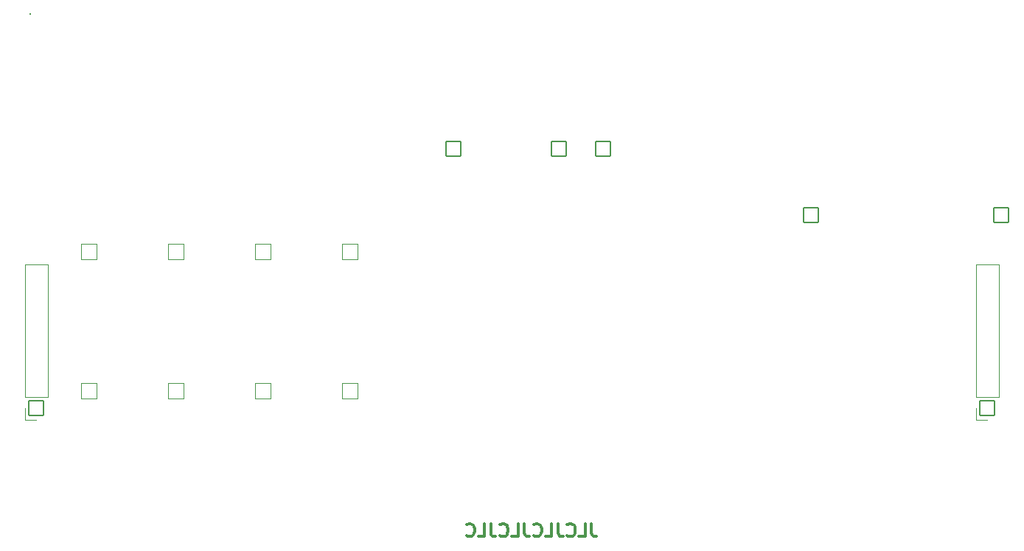
<source format=gbo>
G04 #@! TF.GenerationSoftware,KiCad,Pcbnew,7.0.5*
G04 #@! TF.CreationDate,2023-06-11T20:55:58-05:00*
G04 #@! TF.ProjectId,NTS-1_CustomPanel,4e54532d-315f-4437-9573-746f6d50616e,C*
G04 #@! TF.SameCoordinates,Original*
G04 #@! TF.FileFunction,Legend,Bot*
G04 #@! TF.FilePolarity,Positive*
%FSLAX46Y46*%
G04 Gerber Fmt 4.6, Leading zero omitted, Abs format (unit mm)*
G04 Created by KiCad (PCBNEW 7.0.5) date 2023-06-11 20:55:58*
%MOMM*%
%LPD*%
G01*
G04 APERTURE LIST*
G04 Aperture macros list*
%AMRoundRect*
0 Rectangle with rounded corners*
0 $1 Rounding radius*
0 $2 $3 $4 $5 $6 $7 $8 $9 X,Y pos of 4 corners*
0 Add a 4 corners polygon primitive as box body*
4,1,4,$2,$3,$4,$5,$6,$7,$8,$9,$2,$3,0*
0 Add four circle primitives for the rounded corners*
1,1,$1+$1,$2,$3*
1,1,$1+$1,$4,$5*
1,1,$1+$1,$6,$7*
1,1,$1+$1,$8,$9*
0 Add four rect primitives between the rounded corners*
20,1,$1+$1,$2,$3,$4,$5,0*
20,1,$1+$1,$4,$5,$6,$7,0*
20,1,$1+$1,$6,$7,$8,$9,0*
20,1,$1+$1,$8,$9,$2,$3,0*%
G04 Aperture macros list end*
%ADD10C,0.025000*%
%ADD11C,0.300000*%
%ADD12C,0.120000*%
%ADD13RoundRect,0.050000X-0.850000X0.850000X-0.850000X-0.850000X0.850000X-0.850000X0.850000X0.850000X0*%
%ADD14O,1.800000X1.800000*%
%ADD15RoundRect,0.050000X0.850000X-0.850000X0.850000X0.850000X-0.850000X0.850000X-0.850000X-0.850000X0*%
%ADD16C,2.100000*%
%ADD17C,4.100000*%
%ADD18C,1.900000*%
%ADD19RoundRect,0.050000X-0.900000X-0.900000X0.900000X-0.900000X0.900000X0.900000X-0.900000X0.900000X0*%
%ADD20O,3.100000X3.750000*%
%ADD21RoundRect,0.050000X-0.850000X-0.850000X0.850000X-0.850000X0.850000X0.850000X-0.850000X0.850000X0*%
G04 APERTURE END LIST*
D10*
X108925742Y-63594951D02*
X108916218Y-63590190D01*
X108916218Y-63590190D02*
X108911456Y-63585428D01*
X108911456Y-63585428D02*
X108906694Y-63575904D01*
X108906694Y-63575904D02*
X108906694Y-63547332D01*
X108906694Y-63547332D02*
X108911456Y-63537809D01*
X108911456Y-63537809D02*
X108916218Y-63533047D01*
X108916218Y-63533047D02*
X108925742Y-63528285D01*
X108925742Y-63528285D02*
X108940027Y-63528285D01*
X108940027Y-63528285D02*
X108949551Y-63533047D01*
X108949551Y-63533047D02*
X108954313Y-63537809D01*
X108954313Y-63537809D02*
X108959075Y-63547332D01*
X108959075Y-63547332D02*
X108959075Y-63575904D01*
X108959075Y-63575904D02*
X108954313Y-63585428D01*
X108954313Y-63585428D02*
X108949551Y-63590190D01*
X108949551Y-63590190D02*
X108940027Y-63594951D01*
X108940027Y-63594951D02*
X108925742Y-63594951D01*
D11*
X173428571Y-122178328D02*
X173428571Y-123249757D01*
X173428571Y-123249757D02*
X173500000Y-123464042D01*
X173500000Y-123464042D02*
X173642857Y-123606900D01*
X173642857Y-123606900D02*
X173857143Y-123678328D01*
X173857143Y-123678328D02*
X174000000Y-123678328D01*
X172000000Y-123678328D02*
X172714286Y-123678328D01*
X172714286Y-123678328D02*
X172714286Y-122178328D01*
X170642857Y-123535471D02*
X170714285Y-123606900D01*
X170714285Y-123606900D02*
X170928571Y-123678328D01*
X170928571Y-123678328D02*
X171071428Y-123678328D01*
X171071428Y-123678328D02*
X171285714Y-123606900D01*
X171285714Y-123606900D02*
X171428571Y-123464042D01*
X171428571Y-123464042D02*
X171500000Y-123321185D01*
X171500000Y-123321185D02*
X171571428Y-123035471D01*
X171571428Y-123035471D02*
X171571428Y-122821185D01*
X171571428Y-122821185D02*
X171500000Y-122535471D01*
X171500000Y-122535471D02*
X171428571Y-122392614D01*
X171428571Y-122392614D02*
X171285714Y-122249757D01*
X171285714Y-122249757D02*
X171071428Y-122178328D01*
X171071428Y-122178328D02*
X170928571Y-122178328D01*
X170928571Y-122178328D02*
X170714285Y-122249757D01*
X170714285Y-122249757D02*
X170642857Y-122321185D01*
X169571428Y-122178328D02*
X169571428Y-123249757D01*
X169571428Y-123249757D02*
X169642857Y-123464042D01*
X169642857Y-123464042D02*
X169785714Y-123606900D01*
X169785714Y-123606900D02*
X170000000Y-123678328D01*
X170000000Y-123678328D02*
X170142857Y-123678328D01*
X168142857Y-123678328D02*
X168857143Y-123678328D01*
X168857143Y-123678328D02*
X168857143Y-122178328D01*
X166785714Y-123535471D02*
X166857142Y-123606900D01*
X166857142Y-123606900D02*
X167071428Y-123678328D01*
X167071428Y-123678328D02*
X167214285Y-123678328D01*
X167214285Y-123678328D02*
X167428571Y-123606900D01*
X167428571Y-123606900D02*
X167571428Y-123464042D01*
X167571428Y-123464042D02*
X167642857Y-123321185D01*
X167642857Y-123321185D02*
X167714285Y-123035471D01*
X167714285Y-123035471D02*
X167714285Y-122821185D01*
X167714285Y-122821185D02*
X167642857Y-122535471D01*
X167642857Y-122535471D02*
X167571428Y-122392614D01*
X167571428Y-122392614D02*
X167428571Y-122249757D01*
X167428571Y-122249757D02*
X167214285Y-122178328D01*
X167214285Y-122178328D02*
X167071428Y-122178328D01*
X167071428Y-122178328D02*
X166857142Y-122249757D01*
X166857142Y-122249757D02*
X166785714Y-122321185D01*
X165714285Y-122178328D02*
X165714285Y-123249757D01*
X165714285Y-123249757D02*
X165785714Y-123464042D01*
X165785714Y-123464042D02*
X165928571Y-123606900D01*
X165928571Y-123606900D02*
X166142857Y-123678328D01*
X166142857Y-123678328D02*
X166285714Y-123678328D01*
X164285714Y-123678328D02*
X165000000Y-123678328D01*
X165000000Y-123678328D02*
X165000000Y-122178328D01*
X162928571Y-123535471D02*
X162999999Y-123606900D01*
X162999999Y-123606900D02*
X163214285Y-123678328D01*
X163214285Y-123678328D02*
X163357142Y-123678328D01*
X163357142Y-123678328D02*
X163571428Y-123606900D01*
X163571428Y-123606900D02*
X163714285Y-123464042D01*
X163714285Y-123464042D02*
X163785714Y-123321185D01*
X163785714Y-123321185D02*
X163857142Y-123035471D01*
X163857142Y-123035471D02*
X163857142Y-122821185D01*
X163857142Y-122821185D02*
X163785714Y-122535471D01*
X163785714Y-122535471D02*
X163714285Y-122392614D01*
X163714285Y-122392614D02*
X163571428Y-122249757D01*
X163571428Y-122249757D02*
X163357142Y-122178328D01*
X163357142Y-122178328D02*
X163214285Y-122178328D01*
X163214285Y-122178328D02*
X162999999Y-122249757D01*
X162999999Y-122249757D02*
X162928571Y-122321185D01*
X161857142Y-122178328D02*
X161857142Y-123249757D01*
X161857142Y-123249757D02*
X161928571Y-123464042D01*
X161928571Y-123464042D02*
X162071428Y-123606900D01*
X162071428Y-123606900D02*
X162285714Y-123678328D01*
X162285714Y-123678328D02*
X162428571Y-123678328D01*
X160428571Y-123678328D02*
X161142857Y-123678328D01*
X161142857Y-123678328D02*
X161142857Y-122178328D01*
X159071428Y-123535471D02*
X159142856Y-123606900D01*
X159142856Y-123606900D02*
X159357142Y-123678328D01*
X159357142Y-123678328D02*
X159499999Y-123678328D01*
X159499999Y-123678328D02*
X159714285Y-123606900D01*
X159714285Y-123606900D02*
X159857142Y-123464042D01*
X159857142Y-123464042D02*
X159928571Y-123321185D01*
X159928571Y-123321185D02*
X159999999Y-123035471D01*
X159999999Y-123035471D02*
X159999999Y-122821185D01*
X159999999Y-122821185D02*
X159928571Y-122535471D01*
X159928571Y-122535471D02*
X159857142Y-122392614D01*
X159857142Y-122392614D02*
X159714285Y-122249757D01*
X159714285Y-122249757D02*
X159499999Y-122178328D01*
X159499999Y-122178328D02*
X159357142Y-122178328D01*
X159357142Y-122178328D02*
X159142856Y-122249757D01*
X159142856Y-122249757D02*
X159071428Y-122321185D01*
D12*
X217580000Y-107680000D02*
X217580000Y-92380000D01*
X217580000Y-92380000D02*
X220240000Y-92380000D01*
X220240000Y-107680000D02*
X220240000Y-92380000D01*
X217580000Y-107680000D02*
X220240000Y-107680000D01*
X217580000Y-110280000D02*
X218910000Y-110280000D01*
X217580000Y-108950000D02*
X217580000Y-110280000D01*
X108360000Y-110280000D02*
X109690000Y-110280000D01*
X111020000Y-107680000D02*
X111020000Y-92380000D01*
X108360000Y-107680000D02*
X111020000Y-107680000D01*
X108360000Y-92380000D02*
X111020000Y-92380000D01*
X108360000Y-107680000D02*
X108360000Y-92380000D01*
X108360000Y-108950000D02*
X108360000Y-110280000D01*
%LPC*%
D13*
X220460000Y-86700000D03*
D14*
X217920000Y-86700000D03*
X215380000Y-86700000D03*
X212840000Y-86700000D03*
X210300000Y-86700000D03*
X207760000Y-86700000D03*
X205220000Y-86700000D03*
X202680000Y-86700000D03*
D15*
X184910000Y-134950000D03*
D14*
X187450000Y-134950000D03*
X189990000Y-134950000D03*
X192530000Y-134950000D03*
X195070000Y-134950000D03*
X197610000Y-134950000D03*
X200150000Y-134950000D03*
X202690000Y-134950000D03*
D15*
X174740000Y-140080000D03*
D14*
X174740000Y-142620000D03*
X177280000Y-140080000D03*
X177280000Y-142620000D03*
X179820000Y-140080000D03*
X179820000Y-142620000D03*
X182360000Y-140080000D03*
X182360000Y-142620000D03*
X184900000Y-140080000D03*
X184900000Y-142620000D03*
X187440000Y-140080000D03*
X187440000Y-142620000D03*
X189980000Y-140080000D03*
X189980000Y-142620000D03*
X192520000Y-140080000D03*
X192520000Y-142620000D03*
X195060000Y-140080000D03*
X195060000Y-142620000D03*
X197600000Y-140080000D03*
X197600000Y-142620000D03*
X200140000Y-140080000D03*
X200140000Y-142620000D03*
X202680000Y-140080000D03*
X202680000Y-142620000D03*
X205220000Y-140080000D03*
X205220000Y-142620000D03*
X207760000Y-140080000D03*
X207760000Y-142620000D03*
X210300000Y-140080000D03*
X210300000Y-142620000D03*
X212840000Y-140080000D03*
X212840000Y-142620000D03*
X215380000Y-140080000D03*
X215380000Y-142620000D03*
X217920000Y-140080000D03*
X217920000Y-142620000D03*
X220460000Y-140080000D03*
X220460000Y-142620000D03*
D15*
X164580000Y-142620000D03*
D14*
X167120000Y-142620000D03*
X169660000Y-142620000D03*
D16*
X136999480Y-131999990D03*
X130499480Y-131999990D03*
X130499480Y-127499990D03*
X136999480Y-127499990D03*
D17*
X126450000Y-129950000D03*
X117650000Y-129950000D03*
D18*
X124550000Y-136950000D03*
X122050000Y-136950000D03*
X119550000Y-136950000D03*
D15*
X207750000Y-134950000D03*
D14*
X210290000Y-134950000D03*
X212830000Y-134950000D03*
X215370000Y-134950000D03*
X217910000Y-134950000D03*
X220450000Y-134950000D03*
D19*
X125750000Y-90999990D03*
D18*
X128290000Y-90999990D03*
D19*
X135750000Y-90999990D03*
D18*
X138290000Y-90999990D03*
D19*
X125750000Y-107000000D03*
D18*
X128290000Y-107000000D03*
D19*
X135750000Y-107000000D03*
D18*
X138290000Y-107000000D03*
D16*
X113800000Y-99200000D03*
X120300000Y-99200000D03*
X113800000Y-94700000D03*
X120300000Y-94700000D03*
X130300000Y-99200000D03*
X123800000Y-99200000D03*
X123800000Y-94700000D03*
X130300000Y-94700000D03*
X140300000Y-99200000D03*
X133800000Y-99200000D03*
X140300000Y-94700000D03*
X133800000Y-94700000D03*
X143800000Y-99200000D03*
X150300000Y-99200000D03*
X143800000Y-94700000D03*
X150300000Y-94700000D03*
X113800000Y-115200000D03*
X120300000Y-115200000D03*
X120300000Y-110700000D03*
X113800000Y-110700000D03*
X123800000Y-115200000D03*
X130300000Y-115200000D03*
X130300000Y-110700000D03*
X123800000Y-110700000D03*
X133800000Y-115200000D03*
X140300000Y-115200000D03*
X133800000Y-110700000D03*
X140300000Y-110700000D03*
X143800000Y-115200000D03*
X150300000Y-115200000D03*
X143800000Y-110700000D03*
X150300000Y-110700000D03*
D19*
X145750000Y-107000000D03*
D18*
X148290000Y-107000000D03*
D19*
X115750000Y-90999990D03*
D18*
X118290000Y-90999990D03*
D19*
X115750000Y-107000000D03*
D18*
X118290000Y-107000000D03*
D19*
X145750000Y-90999990D03*
D18*
X148290000Y-90999990D03*
D20*
X103050000Y-146596000D03*
X225550000Y-146596000D03*
D13*
X169640000Y-79080000D03*
D14*
X167100000Y-79080000D03*
X164560000Y-79080000D03*
X162020000Y-79080000D03*
D13*
X198650000Y-86700000D03*
D14*
X196110000Y-86700000D03*
X193570000Y-86700000D03*
X191030000Y-86700000D03*
X188490000Y-86700000D03*
X185950000Y-86700000D03*
X183410000Y-86700000D03*
X180870000Y-86700000D03*
X178330000Y-86700000D03*
X175790000Y-86700000D03*
D13*
X157590000Y-79080000D03*
D14*
X155050000Y-79080000D03*
X152510000Y-79080000D03*
D15*
X174720000Y-79080000D03*
D14*
X174720000Y-81620000D03*
X177260000Y-79080000D03*
X177260000Y-81620000D03*
X179800000Y-79080000D03*
X179800000Y-81620000D03*
X182340000Y-79080000D03*
X182340000Y-81620000D03*
X184880000Y-79080000D03*
X184880000Y-81620000D03*
X187420000Y-79080000D03*
X187420000Y-81620000D03*
X189960000Y-79080000D03*
X189960000Y-81620000D03*
X192500000Y-79080000D03*
X192500000Y-81620000D03*
X195040000Y-79080000D03*
X195040000Y-81620000D03*
X197580000Y-79080000D03*
X197580000Y-81620000D03*
X200120000Y-79080000D03*
X200120000Y-81620000D03*
X202660000Y-79080000D03*
X202660000Y-81620000D03*
X205200000Y-79080000D03*
X205200000Y-81620000D03*
X207740000Y-79080000D03*
X207740000Y-81620000D03*
X210280000Y-79080000D03*
X210280000Y-81620000D03*
X212820000Y-79080000D03*
X212820000Y-81620000D03*
X215360000Y-79080000D03*
X215360000Y-81620000D03*
X217900000Y-79080000D03*
X217900000Y-81620000D03*
X220440000Y-79080000D03*
X220440000Y-81620000D03*
D16*
X146999480Y-131999990D03*
X140499480Y-131999990D03*
X140499480Y-127499990D03*
X146999480Y-127499990D03*
D20*
X225550000Y-75246000D03*
X103050000Y-75246000D03*
D21*
X218910000Y-108950000D03*
D14*
X218910000Y-106410000D03*
X218910000Y-103870000D03*
X218910000Y-101330000D03*
X218910000Y-98790000D03*
X218910000Y-96250000D03*
X218910000Y-93710000D03*
D21*
X109690000Y-108950000D03*
D14*
X109690000Y-106410000D03*
X109690000Y-103870000D03*
X109690000Y-101330000D03*
X109690000Y-98790000D03*
X109690000Y-96250000D03*
X109690000Y-93710000D03*
%LPD*%
M02*

</source>
